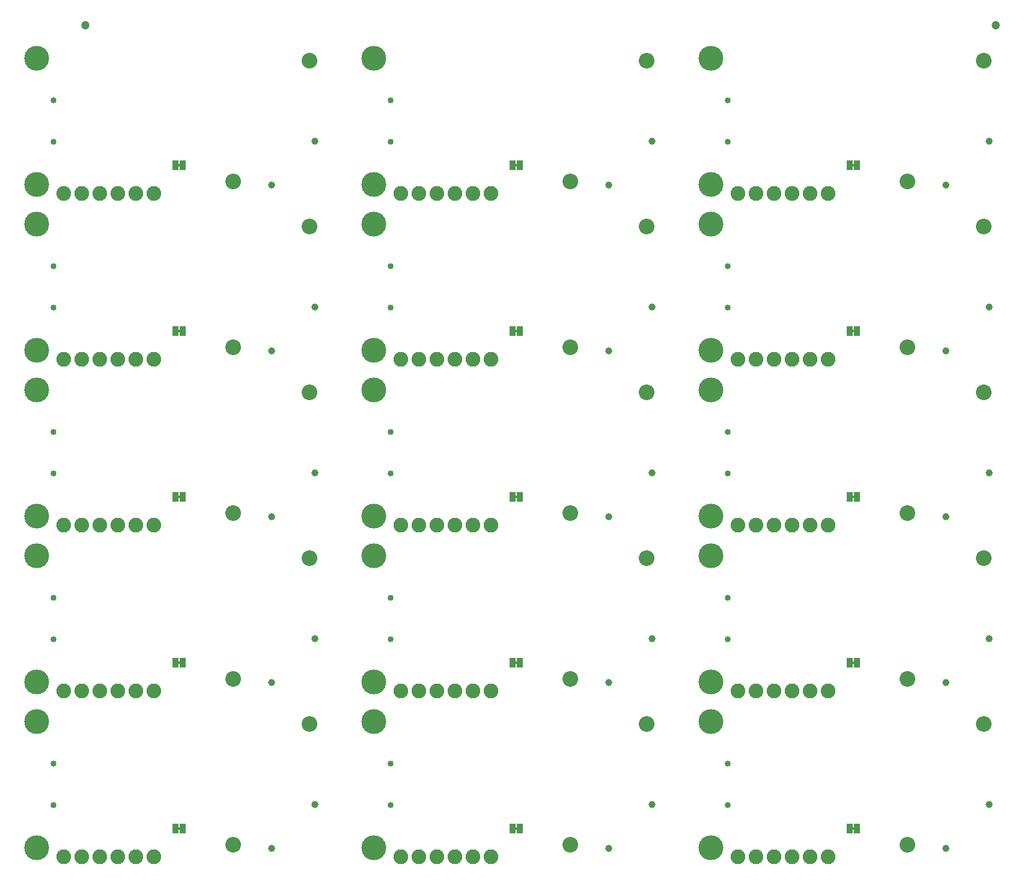
<source format=gbs>
G04 EAGLE Gerber RS-274X export*
G75*
%MOMM*%
%FSLAX34Y34*%
%LPD*%
%INSoldermask Bottom*%
%IPPOS*%
%AMOC8*
5,1,8,0,0,1.08239X$1,22.5*%
G01*
%ADD10C,0.853200*%
%ADD11C,2.203200*%
%ADD12C,1.003200*%
%ADD13C,3.505200*%
%ADD14C,2.082800*%
%ADD15R,0.838200X1.473200*%
%ADD16C,1.203200*%

G36*
X703010Y517537D02*
X703010Y517537D01*
X703076Y517539D01*
X703119Y517557D01*
X703166Y517565D01*
X703223Y517599D01*
X703283Y517624D01*
X703318Y517655D01*
X703359Y517680D01*
X703401Y517731D01*
X703449Y517775D01*
X703471Y517817D01*
X703500Y517854D01*
X703521Y517916D01*
X703552Y517975D01*
X703560Y518029D01*
X703572Y518066D01*
X703571Y518106D01*
X703579Y518160D01*
X703579Y520700D01*
X703568Y520765D01*
X703566Y520831D01*
X703548Y520874D01*
X703540Y520921D01*
X703506Y520978D01*
X703481Y521038D01*
X703450Y521073D01*
X703425Y521114D01*
X703374Y521156D01*
X703330Y521204D01*
X703288Y521226D01*
X703251Y521255D01*
X703189Y521276D01*
X703130Y521307D01*
X703076Y521315D01*
X703039Y521327D01*
X702999Y521326D01*
X702945Y521334D01*
X699135Y521334D01*
X699070Y521323D01*
X699004Y521321D01*
X698961Y521303D01*
X698914Y521295D01*
X698857Y521261D01*
X698797Y521236D01*
X698762Y521205D01*
X698721Y521180D01*
X698680Y521129D01*
X698631Y521085D01*
X698609Y521043D01*
X698580Y521006D01*
X698559Y520944D01*
X698528Y520885D01*
X698520Y520831D01*
X698508Y520794D01*
X698508Y520791D01*
X698509Y520754D01*
X698501Y520700D01*
X698501Y518160D01*
X698512Y518095D01*
X698514Y518029D01*
X698532Y517986D01*
X698540Y517939D01*
X698574Y517882D01*
X698599Y517822D01*
X698630Y517787D01*
X698655Y517746D01*
X698706Y517705D01*
X698750Y517656D01*
X698792Y517634D01*
X698829Y517605D01*
X698891Y517584D01*
X698950Y517553D01*
X699004Y517545D01*
X699041Y517533D01*
X699081Y517534D01*
X699135Y517526D01*
X702945Y517526D01*
X703010Y517537D01*
G37*
G36*
X1177990Y517537D02*
X1177990Y517537D01*
X1178056Y517539D01*
X1178099Y517557D01*
X1178146Y517565D01*
X1178203Y517599D01*
X1178263Y517624D01*
X1178298Y517655D01*
X1178339Y517680D01*
X1178381Y517731D01*
X1178429Y517775D01*
X1178451Y517817D01*
X1178480Y517854D01*
X1178501Y517916D01*
X1178532Y517975D01*
X1178540Y518029D01*
X1178552Y518066D01*
X1178551Y518106D01*
X1178559Y518160D01*
X1178559Y520700D01*
X1178548Y520765D01*
X1178546Y520831D01*
X1178528Y520874D01*
X1178520Y520921D01*
X1178486Y520978D01*
X1178461Y521038D01*
X1178430Y521073D01*
X1178405Y521114D01*
X1178354Y521156D01*
X1178310Y521204D01*
X1178268Y521226D01*
X1178231Y521255D01*
X1178169Y521276D01*
X1178110Y521307D01*
X1178056Y521315D01*
X1178019Y521327D01*
X1177979Y521326D01*
X1177925Y521334D01*
X1174115Y521334D01*
X1174050Y521323D01*
X1173984Y521321D01*
X1173941Y521303D01*
X1173894Y521295D01*
X1173837Y521261D01*
X1173777Y521236D01*
X1173742Y521205D01*
X1173701Y521180D01*
X1173660Y521129D01*
X1173611Y521085D01*
X1173589Y521043D01*
X1173560Y521006D01*
X1173539Y520944D01*
X1173508Y520885D01*
X1173500Y520831D01*
X1173488Y520794D01*
X1173488Y520791D01*
X1173489Y520754D01*
X1173481Y520700D01*
X1173481Y518160D01*
X1173492Y518095D01*
X1173494Y518029D01*
X1173512Y517986D01*
X1173520Y517939D01*
X1173554Y517882D01*
X1173579Y517822D01*
X1173610Y517787D01*
X1173635Y517746D01*
X1173686Y517705D01*
X1173730Y517656D01*
X1173772Y517634D01*
X1173809Y517605D01*
X1173871Y517584D01*
X1173930Y517553D01*
X1173984Y517545D01*
X1174021Y517533D01*
X1174061Y517534D01*
X1174115Y517526D01*
X1177925Y517526D01*
X1177990Y517537D01*
G37*
G36*
X228030Y517537D02*
X228030Y517537D01*
X228096Y517539D01*
X228139Y517557D01*
X228186Y517565D01*
X228243Y517599D01*
X228303Y517624D01*
X228338Y517655D01*
X228379Y517680D01*
X228421Y517731D01*
X228469Y517775D01*
X228491Y517817D01*
X228520Y517854D01*
X228541Y517916D01*
X228572Y517975D01*
X228580Y518029D01*
X228592Y518066D01*
X228591Y518106D01*
X228599Y518160D01*
X228599Y520700D01*
X228588Y520765D01*
X228586Y520831D01*
X228568Y520874D01*
X228560Y520921D01*
X228526Y520978D01*
X228501Y521038D01*
X228470Y521073D01*
X228445Y521114D01*
X228394Y521156D01*
X228350Y521204D01*
X228308Y521226D01*
X228271Y521255D01*
X228209Y521276D01*
X228150Y521307D01*
X228096Y521315D01*
X228059Y521327D01*
X228019Y521326D01*
X227965Y521334D01*
X224155Y521334D01*
X224090Y521323D01*
X224024Y521321D01*
X223981Y521303D01*
X223934Y521295D01*
X223877Y521261D01*
X223817Y521236D01*
X223782Y521205D01*
X223741Y521180D01*
X223700Y521129D01*
X223651Y521085D01*
X223629Y521043D01*
X223600Y521006D01*
X223579Y520944D01*
X223548Y520885D01*
X223540Y520831D01*
X223528Y520794D01*
X223528Y520791D01*
X223529Y520754D01*
X223521Y520700D01*
X223521Y518160D01*
X223532Y518095D01*
X223534Y518029D01*
X223552Y517986D01*
X223560Y517939D01*
X223594Y517882D01*
X223619Y517822D01*
X223650Y517787D01*
X223675Y517746D01*
X223726Y517705D01*
X223770Y517656D01*
X223812Y517634D01*
X223849Y517605D01*
X223911Y517584D01*
X223970Y517553D01*
X224024Y517545D01*
X224061Y517533D01*
X224101Y517534D01*
X224155Y517526D01*
X227965Y517526D01*
X228030Y517537D01*
G37*
G36*
X1177990Y984897D02*
X1177990Y984897D01*
X1178056Y984899D01*
X1178099Y984917D01*
X1178146Y984925D01*
X1178203Y984959D01*
X1178263Y984984D01*
X1178298Y985015D01*
X1178339Y985040D01*
X1178381Y985091D01*
X1178429Y985135D01*
X1178451Y985177D01*
X1178480Y985214D01*
X1178501Y985276D01*
X1178532Y985335D01*
X1178540Y985389D01*
X1178552Y985426D01*
X1178551Y985466D01*
X1178559Y985520D01*
X1178559Y988060D01*
X1178548Y988125D01*
X1178546Y988191D01*
X1178528Y988234D01*
X1178520Y988281D01*
X1178486Y988338D01*
X1178461Y988398D01*
X1178430Y988433D01*
X1178405Y988474D01*
X1178354Y988516D01*
X1178310Y988564D01*
X1178268Y988586D01*
X1178231Y988615D01*
X1178169Y988636D01*
X1178110Y988667D01*
X1178056Y988675D01*
X1178019Y988687D01*
X1177979Y988686D01*
X1177925Y988694D01*
X1174115Y988694D01*
X1174050Y988683D01*
X1173984Y988681D01*
X1173941Y988663D01*
X1173894Y988655D01*
X1173837Y988621D01*
X1173777Y988596D01*
X1173742Y988565D01*
X1173701Y988540D01*
X1173660Y988489D01*
X1173611Y988445D01*
X1173589Y988403D01*
X1173560Y988366D01*
X1173539Y988304D01*
X1173508Y988245D01*
X1173500Y988191D01*
X1173488Y988154D01*
X1173488Y988151D01*
X1173489Y988114D01*
X1173481Y988060D01*
X1173481Y985520D01*
X1173492Y985455D01*
X1173494Y985389D01*
X1173512Y985346D01*
X1173520Y985299D01*
X1173554Y985242D01*
X1173579Y985182D01*
X1173610Y985147D01*
X1173635Y985106D01*
X1173686Y985065D01*
X1173730Y985016D01*
X1173772Y984994D01*
X1173809Y984965D01*
X1173871Y984944D01*
X1173930Y984913D01*
X1173984Y984905D01*
X1174021Y984893D01*
X1174061Y984894D01*
X1174115Y984886D01*
X1177925Y984886D01*
X1177990Y984897D01*
G37*
G36*
X703010Y984897D02*
X703010Y984897D01*
X703076Y984899D01*
X703119Y984917D01*
X703166Y984925D01*
X703223Y984959D01*
X703283Y984984D01*
X703318Y985015D01*
X703359Y985040D01*
X703401Y985091D01*
X703449Y985135D01*
X703471Y985177D01*
X703500Y985214D01*
X703521Y985276D01*
X703552Y985335D01*
X703560Y985389D01*
X703572Y985426D01*
X703571Y985466D01*
X703579Y985520D01*
X703579Y988060D01*
X703568Y988125D01*
X703566Y988191D01*
X703548Y988234D01*
X703540Y988281D01*
X703506Y988338D01*
X703481Y988398D01*
X703450Y988433D01*
X703425Y988474D01*
X703374Y988516D01*
X703330Y988564D01*
X703288Y988586D01*
X703251Y988615D01*
X703189Y988636D01*
X703130Y988667D01*
X703076Y988675D01*
X703039Y988687D01*
X702999Y988686D01*
X702945Y988694D01*
X699135Y988694D01*
X699070Y988683D01*
X699004Y988681D01*
X698961Y988663D01*
X698914Y988655D01*
X698857Y988621D01*
X698797Y988596D01*
X698762Y988565D01*
X698721Y988540D01*
X698680Y988489D01*
X698631Y988445D01*
X698609Y988403D01*
X698580Y988366D01*
X698559Y988304D01*
X698528Y988245D01*
X698520Y988191D01*
X698508Y988154D01*
X698508Y988151D01*
X698509Y988114D01*
X698501Y988060D01*
X698501Y985520D01*
X698512Y985455D01*
X698514Y985389D01*
X698532Y985346D01*
X698540Y985299D01*
X698574Y985242D01*
X698599Y985182D01*
X698630Y985147D01*
X698655Y985106D01*
X698706Y985065D01*
X698750Y985016D01*
X698792Y984994D01*
X698829Y984965D01*
X698891Y984944D01*
X698950Y984913D01*
X699004Y984905D01*
X699041Y984893D01*
X699081Y984894D01*
X699135Y984886D01*
X702945Y984886D01*
X703010Y984897D01*
G37*
G36*
X228030Y984897D02*
X228030Y984897D01*
X228096Y984899D01*
X228139Y984917D01*
X228186Y984925D01*
X228243Y984959D01*
X228303Y984984D01*
X228338Y985015D01*
X228379Y985040D01*
X228421Y985091D01*
X228469Y985135D01*
X228491Y985177D01*
X228520Y985214D01*
X228541Y985276D01*
X228572Y985335D01*
X228580Y985389D01*
X228592Y985426D01*
X228591Y985466D01*
X228599Y985520D01*
X228599Y988060D01*
X228588Y988125D01*
X228586Y988191D01*
X228568Y988234D01*
X228560Y988281D01*
X228526Y988338D01*
X228501Y988398D01*
X228470Y988433D01*
X228445Y988474D01*
X228394Y988516D01*
X228350Y988564D01*
X228308Y988586D01*
X228271Y988615D01*
X228209Y988636D01*
X228150Y988667D01*
X228096Y988675D01*
X228059Y988687D01*
X228019Y988686D01*
X227965Y988694D01*
X224155Y988694D01*
X224090Y988683D01*
X224024Y988681D01*
X223981Y988663D01*
X223934Y988655D01*
X223877Y988621D01*
X223817Y988596D01*
X223782Y988565D01*
X223741Y988540D01*
X223700Y988489D01*
X223651Y988445D01*
X223629Y988403D01*
X223600Y988366D01*
X223579Y988304D01*
X223548Y988245D01*
X223540Y988191D01*
X223528Y988154D01*
X223528Y988151D01*
X223529Y988114D01*
X223521Y988060D01*
X223521Y985520D01*
X223532Y985455D01*
X223534Y985389D01*
X223552Y985346D01*
X223560Y985299D01*
X223594Y985242D01*
X223619Y985182D01*
X223650Y985147D01*
X223675Y985106D01*
X223726Y985065D01*
X223770Y985016D01*
X223812Y984994D01*
X223849Y984965D01*
X223911Y984944D01*
X223970Y984913D01*
X224024Y984905D01*
X224061Y984893D01*
X224101Y984894D01*
X224155Y984886D01*
X227965Y984886D01*
X228030Y984897D01*
G37*
G36*
X228030Y751217D02*
X228030Y751217D01*
X228096Y751219D01*
X228139Y751237D01*
X228186Y751245D01*
X228243Y751279D01*
X228303Y751304D01*
X228338Y751335D01*
X228379Y751360D01*
X228421Y751411D01*
X228469Y751455D01*
X228491Y751497D01*
X228520Y751534D01*
X228541Y751596D01*
X228572Y751655D01*
X228580Y751709D01*
X228592Y751746D01*
X228591Y751786D01*
X228599Y751840D01*
X228599Y754380D01*
X228588Y754445D01*
X228586Y754511D01*
X228568Y754554D01*
X228560Y754601D01*
X228526Y754658D01*
X228501Y754718D01*
X228470Y754753D01*
X228445Y754794D01*
X228394Y754836D01*
X228350Y754884D01*
X228308Y754906D01*
X228271Y754935D01*
X228209Y754956D01*
X228150Y754987D01*
X228096Y754995D01*
X228059Y755007D01*
X228019Y755006D01*
X227965Y755014D01*
X224155Y755014D01*
X224090Y755003D01*
X224024Y755001D01*
X223981Y754983D01*
X223934Y754975D01*
X223877Y754941D01*
X223817Y754916D01*
X223782Y754885D01*
X223741Y754860D01*
X223700Y754809D01*
X223651Y754765D01*
X223629Y754723D01*
X223600Y754686D01*
X223579Y754624D01*
X223548Y754565D01*
X223540Y754511D01*
X223528Y754474D01*
X223528Y754471D01*
X223529Y754434D01*
X223521Y754380D01*
X223521Y751840D01*
X223532Y751775D01*
X223534Y751709D01*
X223552Y751666D01*
X223560Y751619D01*
X223594Y751562D01*
X223619Y751502D01*
X223650Y751467D01*
X223675Y751426D01*
X223726Y751385D01*
X223770Y751336D01*
X223812Y751314D01*
X223849Y751285D01*
X223911Y751264D01*
X223970Y751233D01*
X224024Y751225D01*
X224061Y751213D01*
X224101Y751214D01*
X224155Y751206D01*
X227965Y751206D01*
X228030Y751217D01*
G37*
G36*
X1177990Y751217D02*
X1177990Y751217D01*
X1178056Y751219D01*
X1178099Y751237D01*
X1178146Y751245D01*
X1178203Y751279D01*
X1178263Y751304D01*
X1178298Y751335D01*
X1178339Y751360D01*
X1178381Y751411D01*
X1178429Y751455D01*
X1178451Y751497D01*
X1178480Y751534D01*
X1178501Y751596D01*
X1178532Y751655D01*
X1178540Y751709D01*
X1178552Y751746D01*
X1178551Y751786D01*
X1178559Y751840D01*
X1178559Y754380D01*
X1178548Y754445D01*
X1178546Y754511D01*
X1178528Y754554D01*
X1178520Y754601D01*
X1178486Y754658D01*
X1178461Y754718D01*
X1178430Y754753D01*
X1178405Y754794D01*
X1178354Y754836D01*
X1178310Y754884D01*
X1178268Y754906D01*
X1178231Y754935D01*
X1178169Y754956D01*
X1178110Y754987D01*
X1178056Y754995D01*
X1178019Y755007D01*
X1177979Y755006D01*
X1177925Y755014D01*
X1174115Y755014D01*
X1174050Y755003D01*
X1173984Y755001D01*
X1173941Y754983D01*
X1173894Y754975D01*
X1173837Y754941D01*
X1173777Y754916D01*
X1173742Y754885D01*
X1173701Y754860D01*
X1173660Y754809D01*
X1173611Y754765D01*
X1173589Y754723D01*
X1173560Y754686D01*
X1173539Y754624D01*
X1173508Y754565D01*
X1173500Y754511D01*
X1173488Y754474D01*
X1173488Y754471D01*
X1173489Y754434D01*
X1173481Y754380D01*
X1173481Y751840D01*
X1173492Y751775D01*
X1173494Y751709D01*
X1173512Y751666D01*
X1173520Y751619D01*
X1173554Y751562D01*
X1173579Y751502D01*
X1173610Y751467D01*
X1173635Y751426D01*
X1173686Y751385D01*
X1173730Y751336D01*
X1173772Y751314D01*
X1173809Y751285D01*
X1173871Y751264D01*
X1173930Y751233D01*
X1173984Y751225D01*
X1174021Y751213D01*
X1174061Y751214D01*
X1174115Y751206D01*
X1177925Y751206D01*
X1177990Y751217D01*
G37*
G36*
X703010Y751217D02*
X703010Y751217D01*
X703076Y751219D01*
X703119Y751237D01*
X703166Y751245D01*
X703223Y751279D01*
X703283Y751304D01*
X703318Y751335D01*
X703359Y751360D01*
X703401Y751411D01*
X703449Y751455D01*
X703471Y751497D01*
X703500Y751534D01*
X703521Y751596D01*
X703552Y751655D01*
X703560Y751709D01*
X703572Y751746D01*
X703571Y751786D01*
X703579Y751840D01*
X703579Y754380D01*
X703568Y754445D01*
X703566Y754511D01*
X703548Y754554D01*
X703540Y754601D01*
X703506Y754658D01*
X703481Y754718D01*
X703450Y754753D01*
X703425Y754794D01*
X703374Y754836D01*
X703330Y754884D01*
X703288Y754906D01*
X703251Y754935D01*
X703189Y754956D01*
X703130Y754987D01*
X703076Y754995D01*
X703039Y755007D01*
X702999Y755006D01*
X702945Y755014D01*
X699135Y755014D01*
X699070Y755003D01*
X699004Y755001D01*
X698961Y754983D01*
X698914Y754975D01*
X698857Y754941D01*
X698797Y754916D01*
X698762Y754885D01*
X698721Y754860D01*
X698680Y754809D01*
X698631Y754765D01*
X698609Y754723D01*
X698580Y754686D01*
X698559Y754624D01*
X698528Y754565D01*
X698520Y754511D01*
X698508Y754474D01*
X698508Y754471D01*
X698509Y754434D01*
X698501Y754380D01*
X698501Y751840D01*
X698512Y751775D01*
X698514Y751709D01*
X698532Y751666D01*
X698540Y751619D01*
X698574Y751562D01*
X698599Y751502D01*
X698630Y751467D01*
X698655Y751426D01*
X698706Y751385D01*
X698750Y751336D01*
X698792Y751314D01*
X698829Y751285D01*
X698891Y751264D01*
X698950Y751233D01*
X699004Y751225D01*
X699041Y751213D01*
X699081Y751214D01*
X699135Y751206D01*
X702945Y751206D01*
X703010Y751217D01*
G37*
G36*
X1177990Y283857D02*
X1177990Y283857D01*
X1178056Y283859D01*
X1178099Y283877D01*
X1178146Y283885D01*
X1178203Y283919D01*
X1178263Y283944D01*
X1178298Y283975D01*
X1178339Y284000D01*
X1178381Y284051D01*
X1178429Y284095D01*
X1178451Y284137D01*
X1178480Y284174D01*
X1178501Y284236D01*
X1178532Y284295D01*
X1178540Y284349D01*
X1178552Y284386D01*
X1178551Y284426D01*
X1178559Y284480D01*
X1178559Y287020D01*
X1178548Y287085D01*
X1178546Y287151D01*
X1178528Y287194D01*
X1178520Y287241D01*
X1178486Y287298D01*
X1178461Y287358D01*
X1178430Y287393D01*
X1178405Y287434D01*
X1178354Y287476D01*
X1178310Y287524D01*
X1178268Y287546D01*
X1178231Y287575D01*
X1178169Y287596D01*
X1178110Y287627D01*
X1178056Y287635D01*
X1178019Y287647D01*
X1177979Y287646D01*
X1177925Y287654D01*
X1174115Y287654D01*
X1174050Y287643D01*
X1173984Y287641D01*
X1173941Y287623D01*
X1173894Y287615D01*
X1173837Y287581D01*
X1173777Y287556D01*
X1173742Y287525D01*
X1173701Y287500D01*
X1173660Y287449D01*
X1173611Y287405D01*
X1173589Y287363D01*
X1173560Y287326D01*
X1173539Y287264D01*
X1173508Y287205D01*
X1173500Y287151D01*
X1173488Y287114D01*
X1173488Y287111D01*
X1173489Y287074D01*
X1173481Y287020D01*
X1173481Y284480D01*
X1173492Y284415D01*
X1173494Y284349D01*
X1173512Y284306D01*
X1173520Y284259D01*
X1173554Y284202D01*
X1173579Y284142D01*
X1173610Y284107D01*
X1173635Y284066D01*
X1173686Y284025D01*
X1173730Y283976D01*
X1173772Y283954D01*
X1173809Y283925D01*
X1173871Y283904D01*
X1173930Y283873D01*
X1173984Y283865D01*
X1174021Y283853D01*
X1174061Y283854D01*
X1174115Y283846D01*
X1177925Y283846D01*
X1177990Y283857D01*
G37*
G36*
X703010Y283857D02*
X703010Y283857D01*
X703076Y283859D01*
X703119Y283877D01*
X703166Y283885D01*
X703223Y283919D01*
X703283Y283944D01*
X703318Y283975D01*
X703359Y284000D01*
X703401Y284051D01*
X703449Y284095D01*
X703471Y284137D01*
X703500Y284174D01*
X703521Y284236D01*
X703552Y284295D01*
X703560Y284349D01*
X703572Y284386D01*
X703571Y284426D01*
X703579Y284480D01*
X703579Y287020D01*
X703568Y287085D01*
X703566Y287151D01*
X703548Y287194D01*
X703540Y287241D01*
X703506Y287298D01*
X703481Y287358D01*
X703450Y287393D01*
X703425Y287434D01*
X703374Y287476D01*
X703330Y287524D01*
X703288Y287546D01*
X703251Y287575D01*
X703189Y287596D01*
X703130Y287627D01*
X703076Y287635D01*
X703039Y287647D01*
X702999Y287646D01*
X702945Y287654D01*
X699135Y287654D01*
X699070Y287643D01*
X699004Y287641D01*
X698961Y287623D01*
X698914Y287615D01*
X698857Y287581D01*
X698797Y287556D01*
X698762Y287525D01*
X698721Y287500D01*
X698680Y287449D01*
X698631Y287405D01*
X698609Y287363D01*
X698580Y287326D01*
X698559Y287264D01*
X698528Y287205D01*
X698520Y287151D01*
X698508Y287114D01*
X698508Y287111D01*
X698509Y287074D01*
X698501Y287020D01*
X698501Y284480D01*
X698512Y284415D01*
X698514Y284349D01*
X698532Y284306D01*
X698540Y284259D01*
X698574Y284202D01*
X698599Y284142D01*
X698630Y284107D01*
X698655Y284066D01*
X698706Y284025D01*
X698750Y283976D01*
X698792Y283954D01*
X698829Y283925D01*
X698891Y283904D01*
X698950Y283873D01*
X699004Y283865D01*
X699041Y283853D01*
X699081Y283854D01*
X699135Y283846D01*
X702945Y283846D01*
X703010Y283857D01*
G37*
G36*
X228030Y283857D02*
X228030Y283857D01*
X228096Y283859D01*
X228139Y283877D01*
X228186Y283885D01*
X228243Y283919D01*
X228303Y283944D01*
X228338Y283975D01*
X228379Y284000D01*
X228421Y284051D01*
X228469Y284095D01*
X228491Y284137D01*
X228520Y284174D01*
X228541Y284236D01*
X228572Y284295D01*
X228580Y284349D01*
X228592Y284386D01*
X228591Y284426D01*
X228599Y284480D01*
X228599Y287020D01*
X228588Y287085D01*
X228586Y287151D01*
X228568Y287194D01*
X228560Y287241D01*
X228526Y287298D01*
X228501Y287358D01*
X228470Y287393D01*
X228445Y287434D01*
X228394Y287476D01*
X228350Y287524D01*
X228308Y287546D01*
X228271Y287575D01*
X228209Y287596D01*
X228150Y287627D01*
X228096Y287635D01*
X228059Y287647D01*
X228019Y287646D01*
X227965Y287654D01*
X224155Y287654D01*
X224090Y287643D01*
X224024Y287641D01*
X223981Y287623D01*
X223934Y287615D01*
X223877Y287581D01*
X223817Y287556D01*
X223782Y287525D01*
X223741Y287500D01*
X223700Y287449D01*
X223651Y287405D01*
X223629Y287363D01*
X223600Y287326D01*
X223579Y287264D01*
X223548Y287205D01*
X223540Y287151D01*
X223528Y287114D01*
X223528Y287111D01*
X223529Y287074D01*
X223521Y287020D01*
X223521Y284480D01*
X223532Y284415D01*
X223534Y284349D01*
X223552Y284306D01*
X223560Y284259D01*
X223594Y284202D01*
X223619Y284142D01*
X223650Y284107D01*
X223675Y284066D01*
X223726Y284025D01*
X223770Y283976D01*
X223812Y283954D01*
X223849Y283925D01*
X223911Y283904D01*
X223970Y283873D01*
X224024Y283865D01*
X224061Y283853D01*
X224101Y283854D01*
X224155Y283846D01*
X227965Y283846D01*
X228030Y283857D01*
G37*
G36*
X1177990Y50177D02*
X1177990Y50177D01*
X1178056Y50179D01*
X1178099Y50197D01*
X1178146Y50205D01*
X1178203Y50239D01*
X1178263Y50264D01*
X1178298Y50295D01*
X1178339Y50320D01*
X1178381Y50371D01*
X1178429Y50415D01*
X1178451Y50457D01*
X1178480Y50494D01*
X1178501Y50556D01*
X1178532Y50615D01*
X1178540Y50669D01*
X1178552Y50706D01*
X1178551Y50746D01*
X1178559Y50800D01*
X1178559Y53340D01*
X1178548Y53405D01*
X1178546Y53471D01*
X1178528Y53514D01*
X1178520Y53561D01*
X1178486Y53618D01*
X1178461Y53678D01*
X1178430Y53713D01*
X1178405Y53754D01*
X1178354Y53796D01*
X1178310Y53844D01*
X1178268Y53866D01*
X1178231Y53895D01*
X1178169Y53916D01*
X1178110Y53947D01*
X1178056Y53955D01*
X1178019Y53967D01*
X1177979Y53966D01*
X1177925Y53974D01*
X1174115Y53974D01*
X1174050Y53963D01*
X1173984Y53961D01*
X1173941Y53943D01*
X1173894Y53935D01*
X1173837Y53901D01*
X1173777Y53876D01*
X1173742Y53845D01*
X1173701Y53820D01*
X1173660Y53769D01*
X1173611Y53725D01*
X1173589Y53683D01*
X1173560Y53646D01*
X1173539Y53584D01*
X1173508Y53525D01*
X1173500Y53471D01*
X1173488Y53434D01*
X1173488Y53431D01*
X1173489Y53394D01*
X1173481Y53340D01*
X1173481Y50800D01*
X1173492Y50735D01*
X1173494Y50669D01*
X1173512Y50626D01*
X1173520Y50579D01*
X1173554Y50522D01*
X1173579Y50462D01*
X1173610Y50427D01*
X1173635Y50386D01*
X1173686Y50345D01*
X1173730Y50296D01*
X1173772Y50274D01*
X1173809Y50245D01*
X1173871Y50224D01*
X1173930Y50193D01*
X1173984Y50185D01*
X1174021Y50173D01*
X1174061Y50174D01*
X1174115Y50166D01*
X1177925Y50166D01*
X1177990Y50177D01*
G37*
G36*
X703010Y50177D02*
X703010Y50177D01*
X703076Y50179D01*
X703119Y50197D01*
X703166Y50205D01*
X703223Y50239D01*
X703283Y50264D01*
X703318Y50295D01*
X703359Y50320D01*
X703401Y50371D01*
X703449Y50415D01*
X703471Y50457D01*
X703500Y50494D01*
X703521Y50556D01*
X703552Y50615D01*
X703560Y50669D01*
X703572Y50706D01*
X703571Y50746D01*
X703579Y50800D01*
X703579Y53340D01*
X703568Y53405D01*
X703566Y53471D01*
X703548Y53514D01*
X703540Y53561D01*
X703506Y53618D01*
X703481Y53678D01*
X703450Y53713D01*
X703425Y53754D01*
X703374Y53796D01*
X703330Y53844D01*
X703288Y53866D01*
X703251Y53895D01*
X703189Y53916D01*
X703130Y53947D01*
X703076Y53955D01*
X703039Y53967D01*
X702999Y53966D01*
X702945Y53974D01*
X699135Y53974D01*
X699070Y53963D01*
X699004Y53961D01*
X698961Y53943D01*
X698914Y53935D01*
X698857Y53901D01*
X698797Y53876D01*
X698762Y53845D01*
X698721Y53820D01*
X698680Y53769D01*
X698631Y53725D01*
X698609Y53683D01*
X698580Y53646D01*
X698559Y53584D01*
X698528Y53525D01*
X698520Y53471D01*
X698508Y53434D01*
X698508Y53431D01*
X698509Y53394D01*
X698501Y53340D01*
X698501Y50800D01*
X698512Y50735D01*
X698514Y50669D01*
X698532Y50626D01*
X698540Y50579D01*
X698574Y50522D01*
X698599Y50462D01*
X698630Y50427D01*
X698655Y50386D01*
X698706Y50345D01*
X698750Y50296D01*
X698792Y50274D01*
X698829Y50245D01*
X698891Y50224D01*
X698950Y50193D01*
X699004Y50185D01*
X699041Y50173D01*
X699081Y50174D01*
X699135Y50166D01*
X702945Y50166D01*
X703010Y50177D01*
G37*
G36*
X228030Y50177D02*
X228030Y50177D01*
X228096Y50179D01*
X228139Y50197D01*
X228186Y50205D01*
X228243Y50239D01*
X228303Y50264D01*
X228338Y50295D01*
X228379Y50320D01*
X228421Y50371D01*
X228469Y50415D01*
X228491Y50457D01*
X228520Y50494D01*
X228541Y50556D01*
X228572Y50615D01*
X228580Y50669D01*
X228592Y50706D01*
X228591Y50746D01*
X228599Y50800D01*
X228599Y53340D01*
X228588Y53405D01*
X228586Y53471D01*
X228568Y53514D01*
X228560Y53561D01*
X228526Y53618D01*
X228501Y53678D01*
X228470Y53713D01*
X228445Y53754D01*
X228394Y53796D01*
X228350Y53844D01*
X228308Y53866D01*
X228271Y53895D01*
X228209Y53916D01*
X228150Y53947D01*
X228096Y53955D01*
X228059Y53967D01*
X228019Y53966D01*
X227965Y53974D01*
X224155Y53974D01*
X224090Y53963D01*
X224024Y53961D01*
X223981Y53943D01*
X223934Y53935D01*
X223877Y53901D01*
X223817Y53876D01*
X223782Y53845D01*
X223741Y53820D01*
X223700Y53769D01*
X223651Y53725D01*
X223629Y53683D01*
X223600Y53646D01*
X223579Y53584D01*
X223548Y53525D01*
X223540Y53471D01*
X223528Y53434D01*
X223528Y53431D01*
X223529Y53394D01*
X223521Y53340D01*
X223521Y50800D01*
X223532Y50735D01*
X223534Y50669D01*
X223552Y50626D01*
X223560Y50579D01*
X223594Y50522D01*
X223619Y50462D01*
X223650Y50427D01*
X223675Y50386D01*
X223726Y50345D01*
X223770Y50296D01*
X223812Y50274D01*
X223849Y50245D01*
X223911Y50224D01*
X223970Y50193D01*
X224024Y50185D01*
X224061Y50173D01*
X224101Y50174D01*
X224155Y50166D01*
X227965Y50166D01*
X228030Y50177D01*
G37*
D10*
X49050Y143200D03*
X49050Y85400D03*
D11*
X301600Y29300D03*
X409600Y199300D03*
D12*
X417460Y86000D03*
X355960Y24500D03*
D13*
X25400Y25400D03*
X25400Y203200D03*
D14*
X190500Y12700D03*
X165100Y12700D03*
X139700Y12700D03*
X114300Y12700D03*
X88900Y12700D03*
X63500Y12700D03*
D15*
X231140Y52070D03*
X220980Y52070D03*
D10*
X524030Y143200D03*
X524030Y85400D03*
D11*
X776580Y29300D03*
X884580Y199300D03*
D12*
X892440Y86000D03*
X830940Y24500D03*
D13*
X500380Y25400D03*
X500380Y203200D03*
D14*
X665480Y12700D03*
X640080Y12700D03*
X614680Y12700D03*
X589280Y12700D03*
X563880Y12700D03*
X538480Y12700D03*
D15*
X706120Y52070D03*
X695960Y52070D03*
D10*
X999010Y143200D03*
X999010Y85400D03*
D11*
X1251560Y29300D03*
X1359560Y199300D03*
D12*
X1367420Y86000D03*
X1305920Y24500D03*
D13*
X975360Y25400D03*
X975360Y203200D03*
D14*
X1140460Y12700D03*
X1115060Y12700D03*
X1089660Y12700D03*
X1064260Y12700D03*
X1038860Y12700D03*
X1013460Y12700D03*
D15*
X1181100Y52070D03*
X1170940Y52070D03*
D10*
X49050Y376880D03*
X49050Y319080D03*
D11*
X301600Y262980D03*
X409600Y432980D03*
D12*
X417460Y319680D03*
X355960Y258180D03*
D13*
X25400Y259080D03*
X25400Y436880D03*
D14*
X190500Y246380D03*
X165100Y246380D03*
X139700Y246380D03*
X114300Y246380D03*
X88900Y246380D03*
X63500Y246380D03*
D15*
X231140Y285750D03*
X220980Y285750D03*
D10*
X524030Y376880D03*
X524030Y319080D03*
D11*
X776580Y262980D03*
X884580Y432980D03*
D12*
X892440Y319680D03*
X830940Y258180D03*
D13*
X500380Y259080D03*
X500380Y436880D03*
D14*
X665480Y246380D03*
X640080Y246380D03*
X614680Y246380D03*
X589280Y246380D03*
X563880Y246380D03*
X538480Y246380D03*
D15*
X706120Y285750D03*
X695960Y285750D03*
D10*
X999010Y376880D03*
X999010Y319080D03*
D11*
X1251560Y262980D03*
X1359560Y432980D03*
D12*
X1367420Y319680D03*
X1305920Y258180D03*
D13*
X975360Y259080D03*
X975360Y436880D03*
D14*
X1140460Y246380D03*
X1115060Y246380D03*
X1089660Y246380D03*
X1064260Y246380D03*
X1038860Y246380D03*
X1013460Y246380D03*
D15*
X1181100Y285750D03*
X1170940Y285750D03*
D10*
X49050Y610560D03*
X49050Y552760D03*
D11*
X301600Y496660D03*
X409600Y666660D03*
D12*
X417460Y553360D03*
X355960Y491860D03*
D13*
X25400Y492760D03*
X25400Y670560D03*
D14*
X190500Y480060D03*
X165100Y480060D03*
X139700Y480060D03*
X114300Y480060D03*
X88900Y480060D03*
X63500Y480060D03*
D15*
X231140Y519430D03*
X220980Y519430D03*
D10*
X524030Y610560D03*
X524030Y552760D03*
D11*
X776580Y496660D03*
X884580Y666660D03*
D12*
X892440Y553360D03*
X830940Y491860D03*
D13*
X500380Y492760D03*
X500380Y670560D03*
D14*
X665480Y480060D03*
X640080Y480060D03*
X614680Y480060D03*
X589280Y480060D03*
X563880Y480060D03*
X538480Y480060D03*
D15*
X706120Y519430D03*
X695960Y519430D03*
D10*
X999010Y610560D03*
X999010Y552760D03*
D11*
X1251560Y496660D03*
X1359560Y666660D03*
D12*
X1367420Y553360D03*
X1305920Y491860D03*
D13*
X975360Y492760D03*
X975360Y670560D03*
D14*
X1140460Y480060D03*
X1115060Y480060D03*
X1089660Y480060D03*
X1064260Y480060D03*
X1038860Y480060D03*
X1013460Y480060D03*
D15*
X1181100Y519430D03*
X1170940Y519430D03*
D10*
X49050Y844240D03*
X49050Y786440D03*
D11*
X301600Y730340D03*
X409600Y900340D03*
D12*
X417460Y787040D03*
X355960Y725540D03*
D13*
X25400Y726440D03*
X25400Y904240D03*
D14*
X190500Y713740D03*
X165100Y713740D03*
X139700Y713740D03*
X114300Y713740D03*
X88900Y713740D03*
X63500Y713740D03*
D15*
X231140Y753110D03*
X220980Y753110D03*
D10*
X524030Y844240D03*
X524030Y786440D03*
D11*
X776580Y730340D03*
X884580Y900340D03*
D12*
X892440Y787040D03*
X830940Y725540D03*
D13*
X500380Y726440D03*
X500380Y904240D03*
D14*
X665480Y713740D03*
X640080Y713740D03*
X614680Y713740D03*
X589280Y713740D03*
X563880Y713740D03*
X538480Y713740D03*
D15*
X706120Y753110D03*
X695960Y753110D03*
D10*
X999010Y844240D03*
X999010Y786440D03*
D11*
X1251560Y730340D03*
X1359560Y900340D03*
D12*
X1367420Y787040D03*
X1305920Y725540D03*
D13*
X975360Y726440D03*
X975360Y904240D03*
D14*
X1140460Y713740D03*
X1115060Y713740D03*
X1089660Y713740D03*
X1064260Y713740D03*
X1038860Y713740D03*
X1013460Y713740D03*
D15*
X1181100Y753110D03*
X1170940Y753110D03*
D10*
X49050Y1077920D03*
X49050Y1020120D03*
D11*
X301600Y964020D03*
X409600Y1134020D03*
D12*
X417460Y1020720D03*
X355960Y959220D03*
D13*
X25400Y960120D03*
X25400Y1137920D03*
D14*
X190500Y947420D03*
X165100Y947420D03*
X139700Y947420D03*
X114300Y947420D03*
X88900Y947420D03*
X63500Y947420D03*
D15*
X231140Y986790D03*
X220980Y986790D03*
D10*
X524030Y1077920D03*
X524030Y1020120D03*
D11*
X776580Y964020D03*
X884580Y1134020D03*
D12*
X892440Y1020720D03*
X830940Y959220D03*
D13*
X500380Y960120D03*
X500380Y1137920D03*
D14*
X665480Y947420D03*
X640080Y947420D03*
X614680Y947420D03*
X589280Y947420D03*
X563880Y947420D03*
X538480Y947420D03*
D15*
X706120Y986790D03*
X695960Y986790D03*
D10*
X999010Y1077920D03*
X999010Y1020120D03*
D11*
X1251560Y964020D03*
X1359560Y1134020D03*
D12*
X1367420Y1020720D03*
X1305920Y959220D03*
D13*
X975360Y960120D03*
X975360Y1137920D03*
D14*
X1140460Y947420D03*
X1115060Y947420D03*
X1089660Y947420D03*
X1064260Y947420D03*
X1038860Y947420D03*
X1013460Y947420D03*
D15*
X1181100Y986790D03*
X1170940Y986790D03*
D16*
X93980Y1184275D03*
X1376045Y1184275D03*
M02*

</source>
